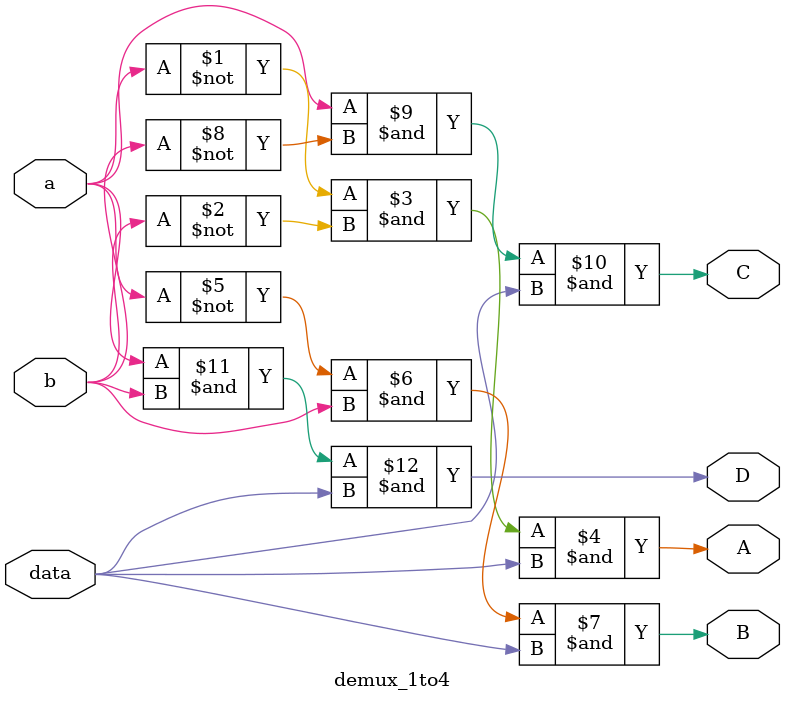
<source format=v>
`timescale 1ns / 1ps


module demux_1to4(
    input a, b, data,
    output A, B, C, D
);

assign A = ~a & ~b & data;
assign B = ~a & b & data;
assign C = a & ~b & data;
assign D = a & b & data;

endmodule

</source>
